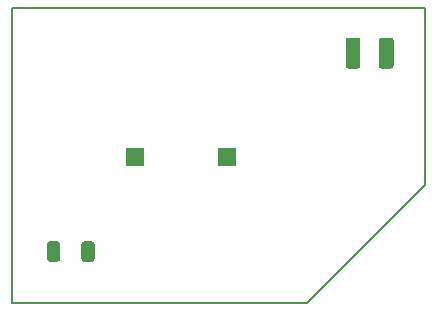
<source format=gbr>
%TF.GenerationSoftware,KiCad,Pcbnew,(5.1.9)-1*%
%TF.CreationDate,2024-06-03T11:22:04+08:00*%
%TF.ProjectId,task1,7461736b-312e-46b6-9963-61645f706362,rev?*%
%TF.SameCoordinates,Original*%
%TF.FileFunction,Paste,Top*%
%TF.FilePolarity,Positive*%
%FSLAX46Y46*%
G04 Gerber Fmt 4.6, Leading zero omitted, Abs format (unit mm)*
G04 Created by KiCad (PCBNEW (5.1.9)-1) date 2024-06-03 11:22:04*
%MOMM*%
%LPD*%
G01*
G04 APERTURE LIST*
%TA.AperFunction,Profile*%
%ADD10C,0.200000*%
%TD*%
%ADD11R,1.500000X1.500000*%
G04 APERTURE END LIST*
D10*
X160787600Y-102085200D02*
X150787600Y-112085200D01*
X160787600Y-87085200D02*
X160787600Y-102085200D01*
X125787600Y-112085200D02*
X150787600Y-112085200D01*
X125787600Y-87085200D02*
X125787600Y-112085200D01*
X125787600Y-87085200D02*
X160787600Y-87085200D01*
D11*
%TO.C,SW1*%
X136200000Y-99700000D03*
X144000000Y-99700000D03*
%TD*%
%TO.C,R1*%
G36*
G01*
X131700000Y-108325001D02*
X131700000Y-107074999D01*
G75*
G02*
X131949999Y-106825000I249999J0D01*
G01*
X132575001Y-106825000D01*
G75*
G02*
X132825000Y-107074999I0J-249999D01*
G01*
X132825000Y-108325001D01*
G75*
G02*
X132575001Y-108575000I-249999J0D01*
G01*
X131949999Y-108575000D01*
G75*
G02*
X131700000Y-108325001I0J249999D01*
G01*
G37*
G36*
G01*
X128775000Y-108325001D02*
X128775000Y-107074999D01*
G75*
G02*
X129024999Y-106825000I249999J0D01*
G01*
X129650001Y-106825000D01*
G75*
G02*
X129900000Y-107074999I0J-249999D01*
G01*
X129900000Y-108325001D01*
G75*
G02*
X129650001Y-108575000I-249999J0D01*
G01*
X129024999Y-108575000D01*
G75*
G02*
X128775000Y-108325001I0J249999D01*
G01*
G37*
%TD*%
%TO.C,D1*%
G36*
G01*
X155325000Y-89825000D02*
X155325000Y-91975000D01*
G75*
G02*
X155075000Y-92225000I-250000J0D01*
G01*
X154325000Y-92225000D01*
G75*
G02*
X154075000Y-91975000I0J250000D01*
G01*
X154075000Y-89825000D01*
G75*
G02*
X154325000Y-89575000I250000J0D01*
G01*
X155075000Y-89575000D01*
G75*
G02*
X155325000Y-89825000I0J-250000D01*
G01*
G37*
G36*
G01*
X158125000Y-89825000D02*
X158125000Y-91975000D01*
G75*
G02*
X157875000Y-92225000I-250000J0D01*
G01*
X157125000Y-92225000D01*
G75*
G02*
X156875000Y-91975000I0J250000D01*
G01*
X156875000Y-89825000D01*
G75*
G02*
X157125000Y-89575000I250000J0D01*
G01*
X157875000Y-89575000D01*
G75*
G02*
X158125000Y-89825000I0J-250000D01*
G01*
G37*
%TD*%
M02*

</source>
